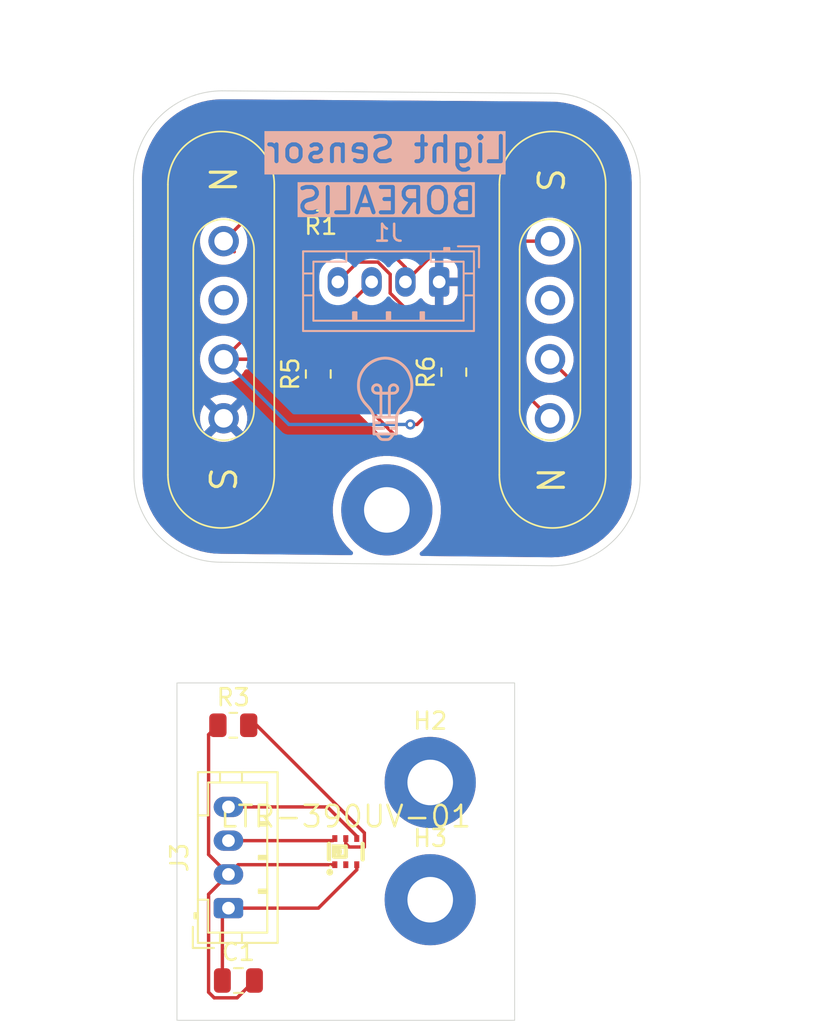
<source format=kicad_pcb>
(kicad_pcb (version 20241229) (generator "pcbnew") (generator_version "9.0")
  (layers (0 "F.Cu" signal) (2 "B.Cu" signal) (13 "F.Paste" user) (15 "B.Paste" user) (5 "F.SilkS" user "F.Silkscreen") (7 "B.SilkS" user "B.Silkscreen") (1 "F.Mask" user) (3 "B.Mask" user) (25 "Edge.Cuts" user))
  (net 0 "")
  (net 1 "+3.3V")
  (net 2 "/SDA")
  (net 3 "Net-(LTR-390UV-01-INT)")
  (net 4 "/SCL")
  (net 6 "GND")
  (net 7 "/ADC")
  (net 8 "+5V")
  (net 9 "/3.3v")
  (net 10 "/SDA1")
  (net 11 "/SCL1")
  (net 12 "/ID")
  (footprint "Resistor_SMD:R_0805_2012Metric" (layer "F.Cu") (at 168.91 81.03 90)
    (property "Reference" "R6" (at 0 -1.65 90) (layer "F.SilkS"))
    (property "Value" "10k")
    (fp_line (start -0.227064 -0.735) (end 0.227064 -0.735) (stroke (width 0.12)) (layer "F.SilkS"))
    (fp_line (start -0.227064 0.735) (end 0.227064 0.735) (stroke (width 0.12)) (layer "F.SilkS"))
    (pad "1" smd roundrect (at -0.9125 0 90) (size 1.025 1.4) (layers "F.Cu" "F.Mask" "F.Paste") (roundrect_rratio 0.243902) (net 1 "+3.3V"))
    (pad "2" smd roundrect (at 0.9125 0 90) (size 1.025 1.4) (layers "F.Cu" "F.Mask" "F.Paste") (roundrect_rratio 0.243902) (net 4 "/SCL"))
  )
  (footprint "MountingHole:MountingHole_2.7mm_M2.5_Pad" (layer "F.Cu") (at 164.93976 89.19476)
    (property "Reference" "H1" (hide yes))
    (property "Value" "MountingHole" (hide yes))
    (pad "1" thru_hole circle (at 0 0) (size 5.4 5.4) (drill 2.7) (layers "*.Cu" "*.Mask"))
  )
  (footprint "Resistor_SMD:R_0805_2012Metric" (layer "F.Cu") (at 161.03 70.72 180)
    (property "Reference" "R1" (at 0 -1.65 0) (layer "F.SilkS"))
    (property "Value" "R")
    (fp_line (start -0.227064 0.735) (end 0.227064 0.735) (stroke (width 0.12)) (layer "F.SilkS"))
    (fp_line (start -0.227064 -0.735) (end 0.227064 -0.735) (stroke (width 0.12)) (layer "F.SilkS"))
    (pad "1" smd roundrect (at -0.9125 0 180) (size 1.025 1.4) (layers "F.Cu" "F.Mask" "F.Paste") (roundrect_rratio 0.243902) (net 1 "+3.3V"))
    (pad "2" smd roundrect (at 0.9125 0 180) (size 1.025 1.4) (layers "F.Cu" "F.Mask" "F.Paste") (roundrect_rratio 0.243902) (net 12 "/ID"))
  )
  (footprint "batteryholder:MAGNETIC POGO CONN." (layer "F.Cu") (at 155.27476 78.51476 90)
    (property "Reference" "U2" (hide yes))
    (property "Value" "MAGNETIC POGO CONN." (hide yes))
    (fp_line (start -8.6 -3.3) (end 8.6 -3.3) (stroke (width 0.1)) (layer "F.SilkS"))
    (fp_line (start -4.75 -1.8) (end 4.75 -1.8) (stroke (width 0.1)) (layer "F.SilkS"))
    (fp_line (start -4.75 1.8) (end 4.75 1.8) (stroke (width 0.1)) (layer "F.SilkS"))
    (fp_line (start -8.6 3) (end 8.6 3) (stroke (width 0.1)) (layer "F.SilkS"))
    (fp_arc (start 8.6 -3.3) (mid 11.75 -0.15) (end 8.6 3) (stroke (width 0.1)) (layer "F.SilkS"))
    (fp_arc (start 4.75 -1.8) (mid 6.55 0) (end 4.75 1.8) (stroke (width 0.1)) (layer "F.SilkS"))
    (fp_arc (start -4.75 1.8) (mid -6.55 0) (end -4.75 -1.8) (stroke (width 0.1)) (layer "F.SilkS"))
    (fp_arc (start -8.6 3) (mid -11.75 -0.15) (end -8.6 -3.3) (stroke (width 0.1)) (layer "F.SilkS"))
    (fp_text user "N" (at 8 0.9 90) (layer "F.SilkS") (effects (font (size 1.5 1.5) (thickness 0.1875)) (justify left bottom)))
    (fp_text user "S" (at -9.7 0.9 90) (layer "F.SilkS") (effects (font (size 1.5 1.5) (thickness 0.1875)) (justify left bottom)))
    (pad "1" thru_hole circle (at -5.25 0 90) (size 1.8 1.8) (drill 1.1) (layers "*.Cu" "*.Mask") (net 6 "GND"))
    (pad "2" thru_hole circle (at -1.75 0 90) (size 1.8 1.8) (drill 1.1) (layers "*.Cu" "*.Mask") (net 1 "+3.3V"))
    (pad "3" thru_hole circle (at 1.75 0 90) (size 1.8 1.8) (drill 1.1) (layers "*.Cu" "*.Mask") (net 8 "+5V"))
    (pad "4" thru_hole circle (at 5.25 0 90) (size 1.8 1.8) (drill 1.1) (layers "*.Cu" "*.Mask") (net 12 "/ID"))
  )
  (footprint "Capacitor_SMD:C_0805_2012Metric" (layer "F.Cu") (at 156.15 117.09)
    (property "Reference" "C1" (at 0 -1.68 0) (layer "F.SilkS"))
    (property "Value" "100nF")
    (fp_line (start -0.261252 -0.735) (end 0.261252 -0.735) (stroke (width 0.12)) (layer "F.SilkS"))
    (fp_line (start -0.261252 0.735) (end 0.261252 0.735) (stroke (width 0.12)) (layer "F.SilkS"))
    (pad "1" smd roundrect (at -0.95 0) (size 1 1.45) (layers "F.Cu" "F.Mask" "F.Paste") (net 6 "GND"))
    (pad "2" smd roundrect (at 0.95 0) (size 1 1.45) (layers "F.Cu" "F.Mask" "F.Paste") (net 9 "/3.3v"))
  )
  (footprint "Connector_JST:JST_PH_B4B-PH-K_1x04_P2.00mm_Vertical" (layer "F.Cu") (at 155.56 112.8 90)
    (property "Reference" "J3" (at 3 -2.9 90) (layer "F.SilkS"))
    (property "Value" "Conn_01x04_Pin")
    (fp_line (start -1.11 -2.11) (end -2.36 -2.11) (stroke (width 0.12)) (layer "F.SilkS"))
    (fp_line (start -2.36 -2.11) (end -2.36 -0.86) (stroke (width 0.12)) (layer "F.SilkS"))
    (fp_line (start -0.3 -2.01) (end -0.6 -2.01) (stroke (width 0.12)) (layer "F.SilkS"))
    (fp_line (start -0.6 -2.01) (end -0.6 -1.81) (stroke (width 0.12)) (layer "F.SilkS"))
    (fp_line (start -0.3 -1.91) (end -0.6 -1.91) (stroke (width 0.12)) (layer "F.SilkS"))
    (fp_line (start 8.06 -1.81) (end -2.06 -1.81) (stroke (width 0.12)) (layer "F.SilkS"))
    (fp_line (start 0.5 -1.81) (end 0.5 -1.2) (stroke (width 0.12)) (layer "F.SilkS"))
    (fp_line (start -0.3 -1.81) (end -0.3 -2.01) (stroke (width 0.12)) (layer "F.SilkS"))
    (fp_line (start -2.06 -1.81) (end -2.06 2.91) (stroke (width 0.12)) (layer "F.SilkS"))
    (fp_line (start 7.45 -1.2) (end 5.5 -1.2) (stroke (width 0.12)) (layer "F.SilkS"))
    (fp_line (start 5.5 -1.2) (end 5.5 -1.81) (stroke (width 0.12)) (layer "F.SilkS"))
    (fp_line (start 0.5 -1.2) (end -1.45 -1.2) (stroke (width 0.12)) (layer "F.SilkS"))
    (fp_line (start -1.45 -1.2) (end -1.45 2.3) (stroke (width 0.12)) (layer "F.SilkS"))
    (fp_line (start 8.06 -0.5) (end 7.45 -0.5) (stroke (width 0.12)) (layer "F.SilkS"))
    (fp_line (start -2.06 -0.5) (end -1.45 -0.5) (stroke (width 0.12)) (layer "F.SilkS"))
    (fp_line (start 8.06 0.8) (end 7.45 0.8) (stroke (width 0.12)) (layer "F.SilkS"))
    (fp_line (start -2.06 0.8) (end -1.45 0.8) (stroke (width 0.12)) (layer "F.SilkS"))
    (fp_line (start 5.1 1.8) (end 5.1 2.3) (stroke (width 0.12)) (layer "F.SilkS"))
    (fp_line (start 4.9 1.8) (end 5.1 1.8) (stroke (width 0.12)) (layer "F.SilkS"))
    (fp_line (start 3.1 1.8) (end 3.1 2.3) (stroke (width 0.12)) (layer "F.SilkS"))
    (fp_line (start 2.9 1.8) (end 3.1 1.8) (stroke (width 0.12)) (layer "F.SilkS"))
    (fp_line (start 1.1 1.8) (end 1.1 2.3) (stroke (width 0.12)) (layer "F.SilkS"))
    (fp_line (start 0.9 1.8) (end 1.1 1.8) (stroke (width 0.12)) (layer "F.SilkS"))
    (fp_line (start 7.45 2.3) (end 7.45 -1.2) (stroke (width 0.12)) (layer "F.SilkS"))
    (fp_line (start 5 2.3) (end 5 1.8) (stroke (width 0.12)) (layer "F.SilkS"))
    (fp_line (start 4.9 2.3) (end 4.9 1.8) (stroke (width 0.12)) (layer "F.SilkS"))
    (fp_line (start 3 2.3) (end 3 1.8) (stroke (width 0.12)) (layer "F.SilkS"))
    (fp_line (start 2.9 2.3) (end 2.9 1.8) (stroke (width 0.12)) (layer "F.SilkS"))
    (fp_line (start 1 2.3) (end 1 1.8) (stroke (width 0.12)) (layer "F.SilkS"))
    (fp_line (start 0.9 2.3) (end 0.9 1.8) (stroke (width 0.12)) (layer "F.SilkS"))
    (fp_line (start -1.45 2.3) (end 7.45 2.3) (stroke (width 0.12)) (layer "F.SilkS"))
    (fp_line (start 8.06 2.91) (end 8.06 -1.81) (stroke (width 0.12)) (layer "F.SilkS"))
    (fp_line (start -2.06 2.91) (end 8.06 2.91) (stroke (width 0.12)) (layer "F.SilkS"))
    (pad "1" thru_hole roundrect (at 0 0 90) (size 1.2 1.75) (drill 0.75) (layers "*.Cu" "*.Mask") (roundrect_rratio 0.208333) (net 6 "GND"))
    (pad "2" thru_hole oval (at 2 0 90) (size 1.2 1.75) (drill 0.75) (layers "*.Cu" "*.Mask") (net 9 "/3.3v"))
    (pad "3" thru_hole oval (at 4 0 90) (size 1.2 1.75) (drill 0.75) (layers "*.Cu" "*.Mask") (net 10 "/SDA1"))
    (pad "4" thru_hole oval (at 6 0 90) (size 1.2 1.75) (drill 0.75) (layers "*.Cu" "*.Mask") (net 11 "/SCL1"))
  )
  (footprint "Resistor_SMD:R_0805_2012Metric" (layer "F.Cu") (at 155.8475 101.96)
    (property "Reference" "R3" (at 0 -1.65 0) (layer "F.SilkS"))
    (property "Value" "10k")
    (fp_line (start -0.227064 -0.735) (end 0.227064 -0.735) (stroke (width 0.12)) (layer "F.SilkS"))
    (fp_line (start -0.227064 0.735) (end 0.227064 0.735) (stroke (width 0.12)) (layer "F.SilkS"))
    (pad "1" smd roundrect (at -0.9125 0) (size 1.025 1.4) (layers "F.Cu" "F.Mask" "F.Paste") (roundrect_rratio 0.243902) (net 9 "/3.3v"))
    (pad "2" smd roundrect (at 0.9125 0) (size 1.025 1.4) (layers "F.Cu" "F.Mask" "F.Paste") (roundrect_rratio 0.243902) (net 3 "Net-(LTR-390UV-01-INT)"))
  )
  (footprint "Resistor_SMD:R_0805_2012Metric" (layer "F.Cu") (at 160.88 81.14 90)
    (property "Reference" "R5" (at 0 -1.65 90) (layer "F.SilkS"))
    (property "Value" "10k")
    (fp_line (start -0.227064 -0.735) (end 0.227064 -0.735) (stroke (width 0.12)) (layer "F.SilkS"))
    (fp_line (start -0.227064 0.735) (end 0.227064 0.735) (stroke (width 0.12)) (layer "F.SilkS"))
    (pad "1" smd roundrect (at -0.9125 0 90) (size 1.025 1.4) (layers "F.Cu" "F.Mask" "F.Paste") (roundrect_rratio 0.243902) (net 1 "+3.3V"))
    (pad "2" smd roundrect (at 0.9125 0 90) (size 1.025 1.4) (layers "F.Cu" "F.Mask" "F.Paste") (roundrect_rratio 0.243902) (net 2 "/SDA"))
  )
  (footprint "MountingHole:MountingHole_2.7mm_M2.5_Pad" (layer "F.Cu") (at 167.51 105.35)
    (property "Reference" "H2" (at 0 -3.65 0) (layer "F.SilkS"))
    (property "Value" "MountingHole")
    (pad "1" thru_hole circle (at 0 0) (size 5.4 5.4) (drill 2.7) (layers "*.Cu" "*.Mask"))
  )
  (footprint "MountingHole:MountingHole_2.7mm_M2.5_Pad" (layer "F.Cu") (at 167.51 112.3)
    (property "Reference" "H3" (at 0 -3.65 0) (layer "F.SilkS"))
    (property "Value" "MountingHole")
    (pad "1" thru_hole circle (at 0 0) (size 5.4 5.4) (drill 2.7) (layers "*.Cu" "*.Mask"))
  )
  (footprint "batteryholder:SENSOR-SMD_LTR-390UV-01" (layer "F.Cu") (at 162.51 109.45)
    (property "Reference" "LTR-390UV-01" (at -0.01155 -2.085 0) (layer "F.SilkS") (effects (font (size 1.27 1.27))))
    (property "Value" "~")
    (fp_line (start -1 0.4617) (end -1 -0.4617) (stroke (width 0.254)) (layer "F.SilkS"))
    (fp_line (start 1 -0.4617) (end 1 0.4617) (stroke (width 0.254)) (layer "F.SilkS"))
    (fp_rect (start -0.7 -0.3) (end 0 0.2999) (stroke (width 0.254)) (fill no) (layer "F.SilkS"))
    (fp_rect (start -0.4501 -0.05) (end -0.35 0.0501) (stroke (width 0.254)) (fill no) (layer "F.SilkS"))
    (fp_circle (center -0.95 1.22) (end -0.8499 1.22) (stroke (width 0.2)) (fill no) (layer "F.SilkS"))
    (fp_circle (center -0.92 0.8699) (end -0.89 0.8699) (stroke (width 0.06)) (fill no) (layer "F.SilkS"))
    (pad "1" smd rect (at -0.65 0.775) (size 0.3 0.4) (layers "F.Cu" "F.Mask" "F.Paste") (net 9 "/3.3v"))
    (pad "2" smd rect (at 0 0.775) (size 0.3 0.4) (layers "F.Cu" "F.Mask" "F.Paste"))
    (pad "3" smd rect (at 0.65 0.775) (size 0.3 0.4) (layers "F.Cu" "F.Mask" "F.Paste") (net 6 "GND"))
    (pad "4" smd rect (at 0.65 -0.775) (size 0.3 0.4) (layers "F.Cu" "F.Mask" "F.Paste") (net 11 "/SCL1"))
    (pad "5" smd rect (at 0 -0.775) (size 0.3 0.4) (layers "F.Cu" "F.Mask" "F.Paste") (net 3 "Net-(LTR-390UV-01-INT)"))
    (pad "6" smd rect (at -0.65 -0.775) (size 0.3 0.4) (layers "F.Cu" "F.Mask" "F.Paste") (net 10 "/SDA1"))
  )
  (footprint "batteryholder:MAGNETIC POGO CONN." (layer "F.Cu") (at 174.60476 78.51476 -90)
    (property "Reference" "U1" (hide yes))
    (property "Value" "MAGNETIC POGO CONN." (hide yes))
    (fp_line (start -8.6 3) (end 8.6 3) (stroke (width 0.1)) (layer "F.SilkS"))
    (fp_line (start -4.75 1.8) (end 4.75 1.8) (stroke (width 0.1)) (layer "F.SilkS"))
    (fp_line (start -4.75 -1.8) (end 4.75 -1.8) (stroke (width 0.1)) (layer "F.SilkS"))
    (fp_line (start -8.6 -3.3) (end 8.6 -3.3) (stroke (width 0.1)) (layer "F.SilkS"))
    (fp_arc (start -8.6 3) (mid -11.75 -0.15) (end -8.6 -3.3) (stroke (width 0.1)) (layer "F.SilkS"))
    (fp_arc (start -4.75 1.8) (mid -6.55 0) (end -4.75 -1.8) (stroke (width 0.1)) (layer "F.SilkS"))
    (fp_arc (start 4.75 -1.8) (mid 6.55 0) (end 4.75 1.8) (stroke (width 0.1)) (layer "F.SilkS"))
    (fp_arc (start 8.6 -3.3) (mid 11.75 -0.15) (end 8.6 3) (stroke (width 0.1)) (layer "F.SilkS"))
    (fp_text user "N" (at 8 0.9 270) (layer "F.SilkS") (effects (font (size 1.5 1.5) (thickness 0.1875)) (justify left bottom)))
    (fp_text user "S" (at -9.7 0.9 270) (layer "F.SilkS") (effects (font (size 1.5 1.5) (thickness 0.1875)) (justify left bottom)))
    (pad "1" thru_hole circle (at -5.25 0 270) (size 1.8 1.8) (drill 1.1) (layers "*.Cu" "*.Mask") (net 1 "+3.3V"))
    (pad "2" thru_hole circle (at -1.75 0 270) (size 1.8 1.8) (drill 1.1) (layers "*.Cu" "*.Mask") (net 7 "/ADC"))
    (pad "3" thru_hole circle (at 1.75 0 270) (size 1.8 1.8) (drill 1.1) (layers "*.Cu" "*.Mask") (net 2 "/SDA"))
    (pad "4" thru_hole circle (at 5.25 0 270) (size 1.8 1.8) (drill 1.1) (layers "*.Cu" "*.Mask") (net 4 "/SCL"))
  )
  (footprint "Connector_JST:JST_PH_B4B-PH-K_1x04_P2.00mm_Vertical" (layer "B.Cu") (at 168.04 75.68 180)
    (property "Reference" "J1" (at 3 2.9 0) (layer "B.SilkS") (effects (justify mirror)))
    (property "Value" "Conn_01x04_Pin" (hide yes))
    (fp_line (start 8.06 1.81) (end -2.06 1.81) (stroke (width 0.12)) (layer "B.SilkS"))
    (fp_line (start 8.06 0.5) (end 7.45 0.5) (stroke (width 0.12)) (layer "B.SilkS"))
    (fp_line (start 8.06 -0.8) (end 7.45 -0.8) (stroke (width 0.12)) (layer "B.SilkS"))
    (fp_line (start 8.06 -2.91) (end 8.06 1.81) (stroke (width 0.12)) (layer "B.SilkS"))
    (fp_line (start 7.45 1.2) (end 5.5 1.2) (stroke (width 0.12)) (layer "B.SilkS"))
    (fp_line (start 7.45 -2.3) (end 7.45 1.2) (stroke (width 0.12)) (layer "B.SilkS"))
    (fp_line (start 5.5 1.2) (end 5.5 1.81) (stroke (width 0.12)) (layer "B.SilkS"))
    (fp_line (start 5.1 -1.8) (end 5.1 -2.3) (stroke (width 0.12)) (layer "B.SilkS"))
    (fp_line (start 5 -2.3) (end 5 -1.8) (stroke (width 0.12)) (layer "B.SilkS"))
    (fp_line (start 4.9 -1.8) (end 5.1 -1.8) (stroke (width 0.12)) (layer "B.SilkS"))
    (fp_line (start 4.9 -2.3) (end 4.9 -1.8) (stroke (width 0.12)) (layer "B.SilkS"))
    (fp_line (start 3.1 -1.8) (end 3.1 -2.3) (stroke (width 0.12)) (layer "B.SilkS"))
    (fp_line (start 3 -2.3) (end 3 -1.8) (stroke (width 0.12)) (layer "B.SilkS"))
    (fp_line (start 2.9 -1.8) (end 3.1 -1.8) (stroke (width 0.12)) (layer "B.SilkS"))
    (fp_line (start 2.9 -2.3) (end 2.9 -1.8) (stroke (width 0.12)) (layer "B.SilkS"))
    (fp_line (start 1.1 -1.8) (end 1.1 -2.3) (stroke (width 0.12)) (layer "B.SilkS"))
    (fp_line (start 1 -2.3) (end 1 -1.8) (stroke (width 0.12)) (layer "B.SilkS"))
    (fp_line (start 0.9 -1.8) (end 1.1 -1.8) (stroke (width 0.12)) (layer "B.SilkS"))
    (fp_line (start 0.9 -2.3) (end 0.9 -1.8) (stroke (width 0.12)) (layer "B.SilkS"))
    (fp_line (start 0.5 1.81) (end 0.5 1.2) (stroke (width 0.12)) (layer "B.SilkS"))
    (fp_line (start 0.5 1.2) (end -1.45 1.2) (stroke (width 0.12)) (layer "B.SilkS"))
    (fp_line (start -0.3 2.01) (end -0.6 2.01) (stroke (width 0.12)) (layer "B.SilkS"))
    (fp_line (start -0.3 1.91) (end -0.6 1.91) (stroke (width 0.12)) (layer "B.SilkS"))
    (fp_line (start -0.3 1.81) (end -0.3 2.01) (stroke (width 0.12)) (layer "B.SilkS"))
    (fp_line (start -0.6 2.01) (end -0.6 1.81) (stroke (width 0.12)) (layer "B.SilkS"))
    (fp_line (start -1.11 2.11) (end -2.36 2.11) (stroke (width 0.12)) (layer "B.SilkS"))
    (fp_line (start -1.45 1.2) (end -1.45 -2.3) (stroke (width 0.12)) (layer "B.SilkS"))
    (fp_line (start -1.45 -2.3) (end 7.45 -2.3) (stroke (width 0.12)) (layer "B.SilkS"))
    (fp_line (start -2.06 1.81) (end -2.06 -2.91) (stroke (width 0.12)) (layer "B.SilkS"))
    (fp_line (start -2.06 0.5) (end -1.45 0.5) (stroke (width 0.12)) (layer "B.SilkS"))
    (fp_line (start -2.06 -0.8) (end -1.45 -0.8) (stroke (width 0.12)) (layer "B.SilkS"))
    (fp_line (start -2.06 -2.91) (end 8.06 -2.91) (stroke (width 0.12)) (layer "B.SilkS"))
    (fp_line (start -2.36 2.11) (end -2.36 0.86) (stroke (width 0.12)) (layer "B.SilkS"))
    (pad "1" thru_hole roundrect (at 0 0 180) (size 1.2 1.75) (drill 0.75) (layers "*.Cu" "*.Mask") (roundrect_rratio 0.208333) (net 6 "GND"))
    (pad "2" thru_hole oval (at 2 0 180) (size 1.2 1.75) (drill 0.75) (layers "*.Cu" "*.Mask") (net 1 "+3.3V"))
    (pad "3" thru_hole oval (at 4 0 180) (size 1.2 1.75) (drill 0.75) (layers "*.Cu" "*.Mask") (net 2 "/SDA"))
    (pad "4" thru_hole oval (at 6 0 180) (size 1.2 1.75) (drill 0.75) (layers "*.Cu" "*.Mask") (net 4 "/SCL"))
  )
  (footprint "LOGO" (layer "B.Cu") (at 164.84 82.61 180)
    (property "Reference" "G***" (hide yes))
    (property "Value" "LOGO" (hide yes))
    (fp_poly (pts (xy 0.0635 2.497656) (xy 0.238644 2.480584) (xy 0.408772 2.445277) (xy 0.572809 2.392638) (xy 0.729679 2.323569) (xy 0.878306 2.238974) (xy 1.017617 2.139754) (xy 1.146534 2.026812) (xy 1.263984 1.90105) (xy 1.368891 1.763371) (xy 1.46018 1.614677) (xy 1.536775 1.455871) (xy 1.597602 1.287855) (xy 1.625131 1.186962) (xy 1.644129 1.088641) (xy 1.657444 0.978193) (xy 1.664886 0.861471) (xy 1.666267 0.744324) (xy 1.661399 0.632602) (xy 1.650093 0.532157) (xy 1.646855 0.512885) (xy 1.609341 0.346025) (xy 1.557895 0.188267) (xy 1.491491 0.037675) (xy 1.409104 -0.107686) (xy 1.30971 -0.249754) (xy 1.192283 -0.390464) (xy 1.13728 -0.449685) (xy 1.047554 -0.54733) (xy 0.972672 -0.637643) (xy 0.910793 -0.723463) (xy 0.860078 -0.807627) (xy 0.818686 -0.892973) (xy 0.784779 -0.982338) (xy 0.777678 -1.004292) (xy 0.75223 -1.085393) (xy 0.75223 -1.592429) (xy 0.752054 -1.721538) (xy 0.751518 -1.831663) (xy 0.75061 -1.923357) (xy 0.74932 -1.99717) (xy 0.747636 -2.053656) (xy 0.745546 -2.093364) (xy 0.743041 -2.116848) (xy 0.741384 -2.12327) (xy 0.725506 -2.145174) (xy 0.699625 -2.159324) (xy 0.660634 -2.166815) (xy 0.612261 -2.168769) (xy 0.541596 -2.168769) (xy 0.451102 -2.290139) (xy 0.403479 -2.351833) (xy 0.360994 -2.400306) (xy 0.320294 -2.437103) (xy 0.278023 -2.463767) (xy 0.230826 -2.481845) (xy 0.175347 -2.49288) (xy 0.108231 -2.498418) (xy 0.026123 -2.500002) (xy -0.004572 -2.499923) (xy -0.061853 -2.499167) (xy -0.114239 -2.497712) (xy -0.157774 -2.495728) (xy -0.188499 -2.493382) (xy -0.20027 -2.491613) (xy -0.24672 -2.476826) (xy -0.289168 -2.455594) (xy -0.330282 -2.425694) (xy -0.37273 -2.384903) (xy -0.41918 -2.330997) (xy -0.466087 -2.27014) (xy -0.541487 -2.168769) (xy -0.332484 -2.168769) (xy -0.2824 -2.232499) (xy -0.255187 -2.265983) (xy -0.231029 -2.291189) (xy -0.206567 -2.309243) (xy -0.178439 -2.321268) (xy -0.143287 -2.32839) (xy -0.09775 -2.331731) (xy -0.038469 -2.332417) (xy 0.014653 -2.331897) (xy 0.077414 -2.330666) (xy 0.12388 -2.328686) (xy 0.157293 -2.325632) (xy 0.180892 -2.321178) (xy 0.197917 -2.315) (xy 0.201541 -2.31314) (xy 0.222155 -2.297487) (xy 0.24903 -2.271142) (xy 0.276997 -2.239257) (xy 0.282302 -2.232623) (xy 0.332483 -2.168769) (xy 0 -2.168769) (xy -0.332484 -2.168769) (xy -0.541487 -2.168769) (xy -0.612207 -2.168769) (xy -0.665525 -2.166297) (xy -0.702958 -2.15815) (xy -0.727616 -2.143233) (xy -0.741385 -2.12327) (xy -0.744162 -2.108863) (xy -0.746514 -2.078422) (xy -0.748452 -2.031411) (xy -0.749986 -1.967291) (xy -0.751129 -1.885524) (xy -0.751892 -1.785572) (xy -0.752285 -1.666896) (xy -0.752347 -1.599251) (xy -0.752375 -1.505349) (xy -0.58693 -1.505349) (xy -0.5841 -1.585501) (xy -0.58127 -1.665653) (xy -0.431474 -1.670538) (xy -0.373563 -1.672652) (xy -0.332063 -1.674917) (xy -0.30385 -1.677788) (xy -0.2858 -1.681721) (xy -0.274787 -1.687172) (xy -0.26784 -1.694386) (xy -0.256224 -1.724304) (xy -0.255267 -1.76111) (xy -0.264583 -1.79558) (xy -0.272654 -1.808667) (xy -0.280751 -1.817548) (xy -0.29054 -1.823893) (xy -0.305309 -1.828221) (xy -0.328349 -1.831052) (xy -0.362947 -1.832904) (xy -0.412394 -1.834296) (xy -0.43873 -1.834876) (xy -0.586154 -1.838023) (xy -0.586154 -1.913844) (xy -0.585359 -1.950646) (xy -0.583252 -1.979499) (xy -0.580254 -1.995152) (xy -0.579565 -1.996256) (xy -0.568865 -1.997405) (xy -0.540354 -1.998407) (xy -0.495761 -1.99925) (xy -0.436812 -1.999922) (xy -0.365236 -2.00041) (xy -0.28276 -2.000703) (xy -0.191112 -2.000788) (xy -0.092019 -2.000654) (xy 0.004147 -2.000326) (xy 0.581269 -1.997807) (xy 0.584106 -1.917211) (xy 0.586944 -1.836615) (xy 0.327022 -1.836615) (xy 0.244286 -1.836453) (xy 0.178779 -1.835782) (xy 0.128191 -1.834319) (xy 0.090214 -1.831786) (xy 0.062538 -1.8279) (xy 0.042855 -1.822381) (xy 0.028855 -1.814949) (xy 0.018231 -1.805322) (xy 0.012522 -1.798385) (xy 0.001694 -1.770121) (xy 0.002959 -1.735433) (xy 0.015689 -1.70273) (xy 0.020126 -1.696432) (xy 0.040253 -1.670845) (xy 0.310761 -1.668249) (xy 0.581269 -1.665653) (xy 0.584106 -1.585057) (xy 0.586944 -1.504461) (xy 0.461006 -1.504461) (xy 0.391136 -1.503299) (xy 0.338458 -1.499176) (xy 0.300728 -1.491141) (xy 0.275704 -1.478241) (xy 0.261141 -1.459522) (xy 0.254798 -1.434032) (xy 0.254 -1.416538) (xy 0.256745 -1.386834) (xy 0.266478 -1.364445) (xy 0.285442 -1.348416) (xy 0.315881 -1.337793) (xy 0.360039 -1.33162) (xy 0.420159 -1.328943) (xy 0.460611 -1.328615) (xy 0.586153 -1.328615) (xy 0.586153 -1.250461) (xy 0.586153 -1.172307) (xy 0 -1.172307) (xy -0.586154 -1.172307) (xy -0.586154 -1.249887) (xy -0.586154 -1.327467) (xy -0.31664 -1.330483) (xy -0.047127 -1.3335) (xy -0.023564 -1.36091) (xy -0.00373 -1.396649) (xy -0.003038 -1.433757) (xy -0.021487 -1.469681) (xy -0.023564 -1.472166) (xy -0.047128 -1.499577) (xy -0.317029 -1.502463) (xy -0.58693 -1.505349) (xy -0.752375 -1.505349) (xy -0.752381 -1.484092) (xy -0.752535 -1.386545) (xy -0.752972 -1.304688) (xy -0.753857 -1.236594) (xy -0.755353 -1.180339) (xy -0.757626 -1.133997) (xy -0.760837 -1.095645) (xy -0.765153 -1.063356) (xy -0.770736 -1.035207) (xy -0.777751 -1.009271) (xy -0.786361 -0.983625) (xy -0.796731 -0.956343) (xy -0.809025 -0.925501) (xy -0.809949 -0.923192) (xy -0.848626 -0.836763) (xy -0.895021 -0.753039) (xy -0.951135 -0.669148) (xy -1.018966 -0.582221) (xy -1.100515 -0.489387) (xy -1.145494 -0.441492) (xy -1.26217 -0.311693) (xy -1.361417 -0.183679) (xy -1.444785 -0.054595) (xy -1.513827 0.078411) (xy -1.570094 0.218195) (xy -1.615135 0.36761) (xy -1.637621 0.464039) (xy -1.647135 0.511117) (xy -1.654115 0.551797) (xy -1.658952 0.590729) (xy -1.662036 0.632564) (xy -1.663756 0.681952) (xy -1.664131 0.712985) (xy -1.493471 0.712985) (xy -1.491876 0.665763) (xy -1.488326 0.622575) (xy -1.482555 0.578262) (xy -1.476162 0.538565) (xy -1.441818 0.385821) (xy -1.391767 0.235371) (xy -1.327775 0.091511) (xy -1.251609 -0.041463) (xy -1.216576 -0.092807) (xy -1.189253 -0.128472) (xy -1.151803 -0.174087) (xy -1.107708 -0.225579) (xy -1.060451 -0.278881) (xy -1.016 -0.327269) (xy -0.968968 -0.378532) (xy -0.921822 -0.431835) (xy -0.87804 -0.48311) (xy -0.841101 -0.528286) (xy -0.815599 -0.56173) (xy -0.770522 -0.629475) (xy -0.725942 -0.705301) (xy -0.684855 -0.783496) (xy -0.650256 -0.858349) (xy -0.625141 -0.924149) (xy -0.624513 -0.926085) (xy -0.601847 -0.996461) (xy -0.467001 -0.996461) (xy -0.332154 -0.996461) (xy -0.332154 -0.377552) (xy -0.332154 -0.376115) (xy -0.166077 -0.376115) (xy -0.166077 -0.996461) (xy 0 -0.996461) (xy 0.166077 -0.996461) (xy 0.166077 -0.376115) (xy 0.166077 0.244231) (xy 0 0.244231) (xy -0.166077 0.244231) (xy -0.166077 -0.376115) (xy -0.332154 -0.376115) (xy -0.332154 0.241356) (xy -0.446943 0.246765) (xy -0.52304 0.252501) (xy -0.58398 0.262703) (xy -0.633921 0.278882) (xy -0.677021 0.302553) (xy -0.717437 0.335229) (xy -0.733776 0.351151) (xy -0.781248 0.407646) (xy -0.811572 0.465344) (xy -0.826594 0.529128) (xy -0.827542 0.568447) (xy -0.662482 0.568447) (xy -0.650263 0.519898) (xy -0.623266 0.476703) (xy -0.58188 0.442879) (xy -0.581071 0.442418) (xy -0.560762 0.432338) (xy -0.539344 0.425838) (xy -0.511865 0.422159) (xy -0.473376 0.420546) (xy -0.436093 0.420238) (xy -0.329993 0.420077) (xy -0.333607 0.525097) (xy -0.336221 0.577398) (xy -0.340349 0.614702) (xy -0.346745 0.641534) (xy -0.356166 0.662422) (xy -0.356668 0.663287) (xy -0.392173 0.706474) (xy -0.436825 0.73432) (xy -0.486904 0.746189) (xy -0.538692 0.741446) (xy -0.588468 0.719454) (xy -0.606577 0.706027) (xy -0.641027 0.66553) (xy -0.659533 0.61833) (xy -0.662482 0.568447) (xy -0.827542 0.568447) (xy -0.828324 0.600865) (xy -0.818864 0.672984) (xy -0.79691 0.733907) (xy -0.760027 0.789188) (xy -0.732716 0.81898) (xy -0.671426 0.867651) (xy -0.603665 0.89941) (xy -0.532168 0.914578) (xy -0.459671 0.913475) (xy -0.388907 0.896424) (xy -0.322612 0.863745) (xy -0.26352 0.81576) (xy -0.217962 0.758515) (xy -0.194469 0.714727) (xy -0.178713 0.666745) (xy -0.169658 0.609905) (xy -0.166271 0.539542) (xy -0.166183 0.525097) (xy -0.166077 0.420077) (xy 0 0.420077) (xy 0.166077 0.420077) (xy 0.329992 0.420077) (xy 0.436092 0.420238) (xy 0.485567 0.420834) (xy 0.520469 0.42295) (xy 0.545748 0.427343) (xy 0.566356 0.434771) (xy 0.58107 0.442418) (xy 0.622693 0.476051) (xy 0.649933 0.519123) (xy 0.6624 0.567616) (xy 0.659707 0.61751) (xy 0.641464 0.664787) (xy 0.607283 0.705428) (xy 0.606576 0.706027) (xy 0.558598 0.734936) (xy 0.507154 0.746348) (xy 0.455964 0.740898) (xy 0.408748 0.719223) (xy 0.369223 0.681959) (xy 0.356667 0.663287) (xy 0.347095 0.642559) (xy 0.34058 0.616088) (xy 0.336367 0.579348) (xy 0.333701 0.527812) (xy 0.333606 0.525097) (xy 0.329992 0.420077) (xy 0.166077 0.420077) (xy 0.166182 0.525097) (xy 0.16866 0.598386) (xy 0.17662 0.657314) (xy 0.191095 0.706544) (xy 0.21312 0.750742) (xy 0.217961 0.758515) (xy 0.268032 0.820267) (xy 0.327818 0.867008) (xy 0.394583 0.898416) (xy 0.465592 0.914171) (xy 0.538111 0.91395) (xy 0.609404 0.897433) (xy 0.676737 0.864298) (xy 0.732715 0.81898) (xy 0.778777 0.764435) (xy 0.808581 0.707281) (xy 0.824561 0.641963) (xy 0.828323 0.600865) (xy 0.826289 0.526607) (xy 0.810734 0.463135) (xy 0.77981 0.405568) (xy 0.733775 0.351151) (xy 0.693268 0.314452) (xy 0.65174 0.287363) (xy 0.605033 0.26837) (xy 0.548989 0.25596) (xy 0.479451 0.24862) (xy 0.446942 0.246765) (xy 0.332153 0.241356) (xy 0.332153 -0.377552) (xy 0.332153 -0.996461) (xy 0.467 -0.996461) (xy 0.601846 -0.996461) (xy 0.624512 -0.926085) (xy 0.649266 -0.860678) (xy 0.683602 -0.786031) (xy 0.724524 -0.707855) (xy 0.769037 -0.631861) (xy 0.814146 -0.563761) (xy 0.815599 -0.56173) (xy 0.842863 -0.526068) (xy 0.880261 -0.480459) (xy 0.924314 -0.42897) (xy 0.971543 -0.375673) (xy 1.016 -0.327269) (xy 1.063045 -0.276002) (xy 1.110219 -0.222695) (xy 1.154042 -0.171417) (xy 1.191031 -0.126239) (xy 1.216575 -0.092807) (xy 1.295681 0.031605) (xy 1.364147 0.168712) (xy 1.419974 0.313687) (xy 1.461165 0.461704) (xy 1.475072 0.531945) (xy 1.486097 0.616924) (xy 1.492697 0.712816) (xy 1.494807 0.813006) (xy 1.492367 0.91088) (xy 1.485315 0.999823) (xy 1.479841 1.040116) (xy 1.443518 1.205874) (xy 1.389582 1.364655) (xy 1.319052 1.515353) (xy 1.232949 1.656865) (xy 1.132293 1.78809) (xy 1.018104 1.907923) (xy 0.891402 2.015261) (xy 0.753208 2.109) (xy 0.604543 2.188039) (xy 0.446425 2.251273) (xy 0.327269 2.286404) (xy 0.168637 2.317108) (xy 0.011334 2.328634) (xy -0.145203 2.320922) (xy -0.301539 2.29391) (xy -0.458237 2.247535) (xy -0.610852 2.184119) (xy -0.763862 2.101142) (xy -0.904731 2.003202) (xy -1.032781 1.89116) (xy -1.147333 1.765877) (xy -1.247708 1.628212) (xy -1.333228 1.479027) (xy -1.403214 1.319181) (xy -1.456988 1.149535) (xy -1.470472 1.094154) (xy -1.478933 1.043389) (xy -1.485574 0.974389) (xy -1.490293 0.888382) (xy -1.491878 0.840154) (xy -1.493382 0.769396) (xy -1.493471 0.712985) (xy -1.664131 0.712985) (xy -1.664501 0.743542) (xy -1.664641 0.786423) (xy -1.662872 0.898782) (xy -1.656657 0.997462) (xy -1.645161 1.087986) (xy -1.627552 1.175878) (xy -1.602996 1.26666) (xy -1.582454 1.331217) (xy -1.518279 1.494413) (xy -1.438294 1.64863) (xy -1.343774 1.792966) (xy -1.235993 1.926516) (xy -1.116226 2.048379) (xy -0.985748 2.157649) (xy -0.845833 2.253425) (xy -0.697757 2.334803) (xy -0.542793 2.400879) (xy -0.382216 2.45075) (xy -0.217302 2.483513) (xy -0.049324 2.498264)) (fill yes) (layer "B.SilkS"))
  )
  (gr_arc (start 174.65476 64.49476) (mid 178.395355 66.044165) (end 179.94476 69.78476) (stroke (width 0.05)) (layer "Edge.Cuts"))
  (gr_arc (start 179.94476 87.26476) (mid 178.41 90.97) (end 174.70476 92.50476) (stroke (width 0.05)) (layer "Edge.Cuts"))
  (gr_line (start 149.93476 69.61476) (end 149.964761 87.20476) (stroke (width 0.05)) (layer "Edge.Cuts"))
  (gr_line (start 155.124158 92.295101) (end 174.70476 92.50476) (stroke (width 0.05)) (layer "Edge.Cuts"))
  (gr_arc (start 155.124158 92.295101) (mid 151.497532 90.811061) (end 149.96476 87.20476) (stroke (width 0.05)) (layer "Edge.Cuts"))
  (gr_line (start 179.94476 87.26476) (end 179.94476 69.78476) (stroke (width 0.05)) (layer "Edge.Cuts"))
  (gr_rect (start 152.51 99.45) (end 172.51 119.45) (stroke (width 0.05)) (fill no) (layer "Edge.Cuts"))
  (gr_line (start 174.65476 64.49476) (end 155.19476 64.35476) (stroke (width 0.05)) (layer "Edge.Cuts"))
  (gr_arc (start 149.93476 69.61476) (mid 151.475378 65.895378) (end 155.19476 64.35476) (stroke (width 0.05)) (layer "Edge.Cuts"))
  (gr_text "Light Sensor" (at 164.93976 67.84476 0) (layer "B.SilkS" knockout) (effects (font (size 1.5 1.5) (thickness 0.24) (bold yes)) (justify mirror)))
  (gr_text "BOREALIS" (at 164.93976 69.99476 0) (layer "B.SilkS" knockout) (effects (font (size 1.5 1.5) (thickness 0.24) (bold yes)) (justify top mirror)))
  (segment (start 166.7225 84.13) (end 166.33 84.13) (width 0.2) (layer "F.Cu") (net 1))
  (segment (start 166.04 74.8175) (end 161.9425 70.72) (width 0.2) (layer "F.Cu") (net 1))
  (segment (start 155.27476 80.26476) (end 158.84524 80.26476) (width 0.2) (layer "F.Cu") (net 1))
  (segment (start 166.04 75.68) (end 166.04 74.8175) (width 0.2) (layer "F.Cu") (net 1))
  (segment (start 161.9425 70.72) (end 161.9425 73.59702) (width 0.2) (layer "F.Cu") (net 1))
  (segment (start 168.45524 73.26476) (end 174.60476 73.26476) (width 0.2) (layer "F.Cu") (net 1))
  (segment (start 159.09226 80.26476) (end 160.88 82.0525) (width 0.2) (layer "F.Cu") (net 1))
  (segment (start 155.27476 80.26476) (end 159.09226 80.26476) (width 0.2) (layer "F.Cu") (net 1))
  (segment (start 168.91 81.9425) (end 166.7225 84.13) (width 0.2) (layer "F.Cu") (net 1))
  (segment (start 166.04 75.68) (end 168.45524 73.26476) (width 0.2) (layer "F.Cu") (net 1))
  (segment (start 161.9425 73.59702) (end 155.27476 80.26476) (width 0.2) (layer "F.Cu") (net 1))
  (via blind (at 166.33 84.13) (size 0.6) (drill 0.3) (layers "F.Cu" "B.Cu") (net 1))
  (segment (start 166.33 84.13) (end 159.14 84.13) (width 0.2) (layer "B.Cu") (net 1))
  (segment (start 159.14 84.13) (end 155.27476 80.26476) (width 0.2) (layer "B.Cu") (net 1))
  (segment (start 160.88 80.2275) (end 160.88 78.84) (width 0.2) (layer "F.Cu") (net 2))
  (segment (start 165.9225 85.27) (end 176.73 85.27) (width 0.2) (layer "F.Cu") (net 2))
  (segment (start 160.8825 80.2275) (end 160.88 80.2275) (width 0.2) (layer "F.Cu") (net 2))
  (segment (start 160.88 78.84) (end 164.04 75.68) (width 0.2) (layer "F.Cu") (net 2))
  (segment (start 176.73 82.39) (end 174.60476 80.26476) (width 0.2) (layer "F.Cu") (net 2))
  (segment (start 160.88 80.2275) (end 165.9225 85.27) (width 0.2) (layer "F.Cu") (net 2))
  (segment (start 176.73 85.27) (end 176.73 82.39) (width 0.2) (layer "F.Cu") (net 2))
  (segment (start 162.51 108.977) (end 162.709 109.176) (width 0.2) (layer "F.Cu") (net 3))
  (segment (start 157.23 101.96) (end 156.76 101.96) (width 0.2) (layer "F.Cu") (net 3))
  (segment (start 163.611 108.341) (end 157.23 101.96) (width 0.2) (layer "F.Cu") (net 3))
  (segment (start 163.611 109.176) (end 163.611 108.341) (width 0.2) (layer "F.Cu") (net 3))
  (segment (start 162.51 108.675) (end 162.51 108.977) (width 0.2) (layer "F.Cu") (net 3))
  (segment (start 162.709 109.176) (end 163.611 109.176) (width 0.2) (layer "F.Cu") (net 3))
  (segment (start 162.04 75.68) (end 163.216 74.504) (width 0.2) (layer "F.Cu") (net 4))
  (segment (start 170.9575 80.1175) (end 174.60476 83.76476) (width 0.2) (layer "F.Cu") (net 4))
  (segment (start 168.91 80.1175) (end 170.9575 80.1175) (width 0.2) (layer "F.Cu") (net 4))
  (segment (start 163.216 74.504) (end 164.413206 74.504) (width 0.2) (layer "F.Cu") (net 4))
  (segment (start 165.139 75.229794) (end 165.139 76.3465) (width 0.2) (layer "F.Cu") (net 4))
  (segment (start 164.413206 74.504) (end 165.139 75.229794) (width 0.2) (layer "F.Cu") (net 4))
  (segment (start 165.139 76.3465) (end 168.91 80.1175) (width 0.2) (layer "F.Cu") (net 4))
  (segment (start 155.2 117.09) (end 155.2 113.16) (width 0.2) (layer "F.Cu") (net 6))
  (segment (start 163.16 110.527) (end 160.887 112.8) (width 0.2) (layer "F.Cu") (net 6))
  (segment (start 155.2 113.16) (end 155.56 112.8) (width 0.2) (layer "F.Cu") (net 6))
  (segment (start 160.887 112.8) (end 155.56 112.8) (width 0.2) (layer "F.Cu") (net 6))
  (segment (start 163.16 110.225) (end 163.16 110.527) (width 0.2) (layer "F.Cu") (net 6))
  (segment (start 154.384 109.624) (end 155.56 110.8) (width 0.2) (layer "F.Cu") (net 9))
  (segment (start 156.135 110.225) (end 155.56 110.8) (width 0.2) (layer "F.Cu") (net 9))
  (segment (start 154.384 117.78516) (end 154.384 111.976) (width 0.2) (layer "F.Cu") (net 9))
  (segment (start 154.384 102.511) (end 154.384 109.624) (width 0.2) (layer "F.Cu") (net 9))
  (segment (start 156.074 118.116) (end 154.71484 118.116) (width 0.2) (layer "F.Cu") (net 9))
  (segment (start 161.86 110.225) (end 156.135 110.225) (width 0.2) (layer "F.Cu") (net 9))
  (segment (start 154.71484 118.116) (end 154.384 117.78516) (width 0.2) (layer "F.Cu") (net 9))
  (segment (start 157.1 117.09) (end 156.074 118.116) (width 0.2) (layer "F.Cu") (net 9))
  (segment (start 154.935 101.96) (end 154.384 102.511) (width 0.2) (layer "F.Cu") (net 9))
  (segment (start 154.384 111.976) (end 155.56 110.8) (width 0.2) (layer "F.Cu") (net 9))
  (segment (start 161.735 108.8) (end 161.86 108.675) (width 0.2) (layer "F.Cu") (net 10))
  (segment (start 155.56 108.8) (end 161.735 108.8) (width 0.2) (layer "F.Cu") (net 10))
  (segment (start 161.42 106.8) (end 163.16 108.54) (width 0.2) (layer "F.Cu") (net 11))
  (segment (start 163.16 108.54) (end 163.16 108.675) (width 0.2) (layer "F.Cu") (net 11))
  (segment (start 155.56 106.8) (end 161.42 106.8) (width 0.2) (layer "F.Cu") (net 11))
  (segment (start 155.90476 73.89476) (end 155.27476 73.26476) (width 0.2) (layer "F.Cu") (net 12))
  (segment (start 157.81952 70.72) (end 155.27476 73.26476) (width 0.2) (layer "F.Cu") (net 12))
  (segment (start 160.1175 70.72) (end 157.81952 70.72) (width 0.2) (layer "F.Cu") (net 12))
  (zone (net 6) (net_name "GND") (layers "F.Cu" "B.Cu") (connect_pads (clearance 0.5)) (min_thickness 0.25) (fill yes (thermal_gap 0.5) (thermal_bridge_width 0.5))
    (polygon (pts (xy 142.03 58.97) (xy 185.22 59.89) (xy 190.25 95.13) (xy 143.31 94.14)))
  )
)
</source>
